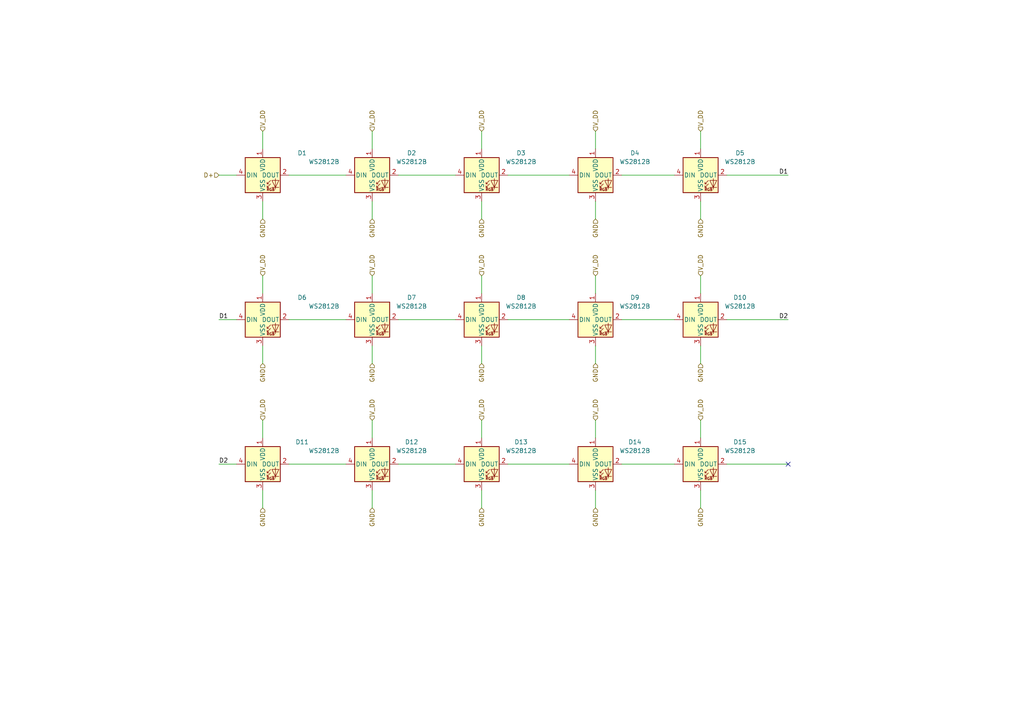
<source format=kicad_sch>
(kicad_sch (version 20250114) (generator "eeschema") (generator_version "9.0")
  (paper "A4")
  (title_block (title "Rücklicht") (date "17.11.2025") (rev "1.0") (company "Rücklicht 4") (comment 1 "Matteo Huber, Lukas Köppl") (comment 2 "Matthias Ulz, Adam Bukovjan") (comment 3 "Mathias Kornschober, Christian Hanschitz") (comment 4 "Gregor Gierlinger, Julian Gradwohl"))
  (lib_symbols
    (symbol "LED:WS2812B" (pin_names (offset 0.254))
      (property "Reference" "D" (at 5.08 5.715 0))
      (property "Value" "WS2812B" (at 1.27 -5.715 0))
      (symbol "WS2812B_0_0"
        (text "RGB" (at 2.286 -4.191 0) (effects (font (size 0.762 0.762))))
      )
      (symbol "WS2812B_0_1"
        (polyline (pts (xy 1.27 -2.54) (xy 1.778 -2.54)))
        (polyline (pts (xy 1.27 -3.556) (xy 1.778 -3.556)))
        (polyline (pts (xy 2.286 -1.524) (xy 1.27 -2.54) (xy 1.27 -2.032)))
        (polyline (pts (xy 2.286 -2.54) (xy 1.27 -3.556) (xy 1.27 -3.048)))
        (polyline (pts (xy 3.683 -1.016) (xy 3.683 -3.556) (xy 3.683 -4.064)))
        (polyline (pts (xy 4.699 -1.524) (xy 2.667 -1.524) (xy 3.683 -3.556) (xy 4.699 -1.524)))
        (polyline (pts (xy 4.699 -3.556) (xy 2.667 -3.556)))
        (rectangle (start 5.08 5.08) (end -5.08 -5.08) (stroke (width 0.254)) (fill (type background)))
      )
      (symbol "WS2812B_1_1"
        (pin input line (at -7.62 0 0) (length 2.54) (name "DIN") (number "4"))
        (pin power_in line (at 0 7.62 270) (length 2.54) (name "VDD") (number "1"))
        (pin power_in line (at 0 -7.62 90) (length 2.54) (name "VSS") (number "3"))
        (pin output line (at 7.62 0 180) (length 2.54) (name "DOUT") (number "2"))
      )
    )
  )
  (no_connect (at 228.6 134.62))
  (wire (pts (xy 76.2 121.92) (xy 76.2 127)))
  (wire (pts (xy 76.2 38.1) (xy 76.2 43.18)))
  (wire (pts (xy 63.5 50.8) (xy 68.58 50.8)))
  (wire (pts (xy 83.82 134.62) (xy 100.33 134.62)))
  (wire (pts (xy 107.95 121.92) (xy 107.95 127)))
  (wire (pts (xy 139.7 100.33) (xy 139.7 105.41)))
  (wire (pts (xy 203.2 142.24) (xy 203.2 147.32)))
  (wire (pts (xy 172.72 142.24) (xy 172.72 147.32)))
  (wire (pts (xy 139.7 142.24) (xy 139.7 147.32)))
  (wire (pts (xy 172.72 80.01) (xy 172.72 85.09)))
  (wire (pts (xy 139.7 38.1) (xy 139.7 43.18)))
  (wire (pts (xy 76.2 142.24) (xy 76.2 147.32)))
  (wire (pts (xy 172.72 100.33) (xy 172.72 105.41)))
  (wire (pts (xy 76.2 80.01) (xy 76.2 85.09)))
  (wire (pts (xy 115.57 134.62) (xy 132.08 134.62)))
  (wire (pts (xy 147.32 50.8) (xy 165.1 50.8)))
  (wire (pts (xy 172.72 58.42) (xy 172.72 63.5)))
  (wire (pts (xy 107.95 100.33) (xy 107.95 105.41)))
  (wire (pts (xy 210.82 92.71) (xy 228.6 92.71)))
  (wire (pts (xy 172.72 38.1) (xy 172.72 43.18)))
  (wire (pts (xy 180.34 134.62) (xy 195.58 134.62)))
  (wire (pts (xy 139.7 121.92) (xy 139.7 127)))
  (wire (pts (xy 107.95 80.01) (xy 107.95 85.09)))
  (wire (pts (xy 203.2 121.92) (xy 203.2 127)))
  (wire (pts (xy 107.95 142.24) (xy 107.95 147.32)))
  (wire (pts (xy 203.2 80.01) (xy 203.2 85.09)))
  (wire (pts (xy 83.82 92.71) (xy 100.33 92.71)))
  (wire (pts (xy 76.2 100.33) (xy 76.2 105.41)))
  (wire (pts (xy 147.32 134.62) (xy 165.1 134.62)))
  (wire (pts (xy 172.72 121.92) (xy 172.72 127)))
  (wire (pts (xy 210.82 50.8) (xy 228.6 50.8)))
  (wire (pts (xy 139.7 58.42) (xy 139.7 63.5)))
  (wire (pts (xy 203.2 100.33) (xy 203.2 105.41)))
  (wire (pts (xy 107.95 38.1) (xy 107.95 43.18)))
  (wire (pts (xy 180.34 50.8) (xy 195.58 50.8)))
  (wire (pts (xy 63.5 134.62) (xy 68.58 134.62)))
  (wire (pts (xy 83.82 50.8) (xy 100.33 50.8)))
  (wire (pts (xy 139.7 80.01) (xy 139.7 85.09)))
  (wire (pts (xy 107.95 58.42) (xy 107.95 63.5)))
  (wire (pts (xy 203.2 38.1) (xy 203.2 43.18)))
  (wire (pts (xy 180.34 92.71) (xy 195.58 92.71)))
  (wire (pts (xy 203.2 58.42) (xy 203.2 63.5)))
  (wire (pts (xy 147.32 92.71) (xy 165.1 92.71)))
  (wire (pts (xy 210.82 134.62) (xy 228.6 134.62)))
  (wire (pts (xy 115.57 50.8) (xy 132.08 50.8)))
  (wire (pts (xy 76.2 58.42) (xy 76.2 63.5)))
  (wire (pts (xy 63.5 92.71) (xy 68.58 92.71)))
  (wire (pts (xy 115.57 92.71) (xy 132.08 92.71)))
  (label "D1" (at 228.6 50.8 180))
  (label "D1" (at 63.5 92.71 0))
  (label "D2" (at 63.5 134.62 0))
  (label "D2" (at 228.6 92.71 180))
  (hierarchical_label "V_DD" (shape input) (at 172.72 121.92 90))
  (hierarchical_label "V_DD" (shape input) (at 76.2 80.01 90))
  (hierarchical_label "V_DD" (shape input) (at 76.2 38.1 90))
  (hierarchical_label "GND" (shape input) (at 76.2 63.5 270))
  (hierarchical_label "GND" (shape input) (at 139.7 147.32 270))
  (hierarchical_label "GND" (shape input) (at 107.95 105.41 270))
  (hierarchical_label "V_DD" (shape input) (at 107.95 38.1 90))
  (hierarchical_label "V_DD" (shape input) (at 172.72 38.1 90))
  (hierarchical_label "GND" (shape input) (at 203.2 63.5 270))
  (hierarchical_label "GND" (shape input) (at 172.72 105.41 270))
  (hierarchical_label "V_DD" (shape input) (at 76.2 121.92 90))
  (hierarchical_label "V_DD" (shape input) (at 172.72 80.01 90))
  (hierarchical_label "GND" (shape input) (at 107.95 147.32 270))
  (hierarchical_label "D+" (shape input) (at 63.5 50.8 180))
  (hierarchical_label "GND" (shape input) (at 139.7 105.41 270))
  (hierarchical_label "GND" (shape input) (at 107.95 63.5 270))
  (hierarchical_label "V_DD" (shape input) (at 139.7 121.92 90))
  (hierarchical_label "V_DD" (shape input) (at 107.95 80.01 90))
  (hierarchical_label "GND" (shape input) (at 76.2 147.32 270))
  (hierarchical_label "GND" (shape input) (at 172.72 63.5 270))
  (hierarchical_label "V_DD" (shape input) (at 139.7 80.01 90))
  (hierarchical_label "GND" (shape input) (at 139.7 63.5 270))
  (hierarchical_label "GND" (shape input) (at 203.2 105.41 270))
  (hierarchical_label "V_DD" (shape input) (at 139.7 38.1 90))
  (hierarchical_label "V_DD" (shape input) (at 203.2 80.01 90))
  (hierarchical_label "GND" (shape input) (at 76.2 105.41 270))
  (hierarchical_label "V_DD" (shape input) (at 107.95 121.92 90))
  (hierarchical_label "GND" (shape input) (at 172.72 147.32 270))
  (hierarchical_label "V_DD" (shape input) (at 203.2 121.92 90))
  (hierarchical_label "V_DD" (shape input) (at 203.2 38.1 90))
  (hierarchical_label "GND" (shape input) (at 203.2 147.32 270))
  (symbol (lib_id "LED:WS2812B") (at 139.7 50.8 0) (unit 1)
    (property "Reference" "D3" (at 151.13 44.3798 0))
    (property "Value" "WS2812B" (at 151.13 46.9198 0))
    (property "Footprint" "LED_SMD:LED_WS2812B_PLCC4_5.0x5.0mm_P3.2mm" (effects (hide yes)))
    (property "Datasheet" "https://cdn-shop.adafruit.com/datasheets/WS2812B.pdf" (effects (hide yes)))
    (property "Description" "RGB LED with integrated controller" (effects (hide yes)))
  )
  (symbol (lib_id "LED:WS2812B") (at 172.72 134.62 0) (unit 1)
    (property "Reference" "D14" (at 184.15 128.1998 0))
    (property "Value" "WS2812B" (at 184.15 130.7398 0))
    (property "Footprint" "LED_SMD:LED_WS2812B_PLCC4_5.0x5.0mm_P3.2mm" (effects (hide yes)))
    (property "Datasheet" "https://cdn-shop.adafruit.com/datasheets/WS2812B.pdf" (effects (hide yes)))
    (property "Description" "RGB LED with integrated controller" (effects (hide yes)))
  )
  (symbol (lib_id "LED:WS2812B") (at 107.95 92.71 0) (unit 1)
    (property "Reference" "D7" (at 119.38 86.2898 0))
    (property "Value" "WS2812B" (at 119.38 88.8298 0))
    (property "Footprint" "LED_SMD:LED_WS2812B_PLCC4_5.0x5.0mm_P3.2mm" (effects (hide yes)))
    (property "Datasheet" "https://cdn-shop.adafruit.com/datasheets/WS2812B.pdf" (effects (hide yes)))
    (property "Description" "RGB LED with integrated controller" (effects (hide yes)))
  )
  (symbol (lib_id "LED:WS2812B") (at 139.7 92.71 0) (unit 1)
    (property "Reference" "D8" (at 151.13 86.2898 0))
    (property "Value" "WS2812B" (at 151.13 88.8298 0))
    (property "Footprint" "LED_SMD:LED_WS2812B_PLCC4_5.0x5.0mm_P3.2mm" (effects (hide yes)))
    (property "Datasheet" "https://cdn-shop.adafruit.com/datasheets/WS2812B.pdf" (effects (hide yes)))
    (property "Description" "RGB LED with integrated controller" (effects (hide yes)))
  )
  (symbol (lib_id "LED:WS2812B") (at 76.2 134.62 0) (unit 1)
    (property "Reference" "D11" (at 87.63 128.1998 0))
    (property "Value" "WS2812B" (at 93.98 130.7398 0))
    (property "Footprint" "LED_SMD:LED_WS2812B_PLCC4_5.0x5.0mm_P3.2mm" (effects (hide yes)))
    (property "Datasheet" "https://cdn-shop.adafruit.com/datasheets/WS2812B.pdf" (effects (hide yes)))
    (property "Description" "RGB LED with integrated controller" (effects (hide yes)))
  )
  (symbol (lib_id "LED:WS2812B") (at 172.72 92.71 0) (unit 1)
    (property "Reference" "D9" (at 184.15 86.2898 0))
    (property "Value" "WS2812B" (at 184.15 88.8298 0))
    (property "Footprint" "LED_SMD:LED_WS2812B_PLCC4_5.0x5.0mm_P3.2mm" (effects (hide yes)))
    (property "Datasheet" "https://cdn-shop.adafruit.com/datasheets/WS2812B.pdf" (effects (hide yes)))
    (property "Description" "RGB LED with integrated controller" (effects (hide yes)))
  )
  (symbol (lib_id "LED:WS2812B") (at 139.7 134.62 0) (unit 1)
    (property "Reference" "D13" (at 151.13 128.1998 0))
    (property "Value" "WS2812B" (at 151.13 130.7398 0))
    (property "Footprint" "LED_SMD:LED_WS2812B_PLCC4_5.0x5.0mm_P3.2mm" (effects (hide yes)))
    (property "Datasheet" "https://cdn-shop.adafruit.com/datasheets/WS2812B.pdf" (effects (hide yes)))
    (property "Description" "RGB LED with integrated controller" (effects (hide yes)))
  )
  (symbol (lib_id "LED:WS2812B") (at 76.2 92.71 0) (unit 1)
    (property "Reference" "D6" (at 87.63 86.2898 0))
    (property "Value" "WS2812B" (at 93.98 88.8298 0))
    (property "Footprint" "LED_SMD:LED_WS2812B_PLCC4_5.0x5.0mm_P3.2mm" (effects (hide yes)))
    (property "Datasheet" "https://cdn-shop.adafruit.com/datasheets/WS2812B.pdf" (effects (hide yes)))
    (property "Description" "RGB LED with integrated controller" (effects (hide yes)))
  )
  (symbol (lib_id "LED:WS2812B") (at 76.2 50.8 0) (unit 1)
    (property "Reference" "D1" (at 87.63 44.3798 0))
    (property "Value" "WS2812B" (at 93.98 46.9198 0))
    (property "Footprint" "LED_SMD:LED_WS2812B_PLCC4_5.0x5.0mm_P3.2mm" (effects (hide yes)))
    (property "Datasheet" "https://cdn-shop.adafruit.com/datasheets/WS2812B.pdf" (effects (hide yes)))
    (property "Description" "RGB LED with integrated controller" (effects (hide yes)))
  )
  (symbol (lib_id "LED:WS2812B") (at 107.95 134.62 0) (unit 1)
    (property "Reference" "D12" (at 119.38 128.1998 0))
    (property "Value" "WS2812B" (at 119.38 130.7398 0))
    (property "Footprint" "LED_SMD:LED_WS2812B_PLCC4_5.0x5.0mm_P3.2mm" (effects (hide yes)))
    (property "Datasheet" "https://cdn-shop.adafruit.com/datasheets/WS2812B.pdf" (effects (hide yes)))
    (property "Description" "RGB LED with integrated controller" (effects (hide yes)))
  )
  (symbol (lib_id "LED:WS2812B") (at 107.95 50.8 0) (unit 1)
    (property "Reference" "D2" (at 119.38 44.3798 0))
    (property "Value" "WS2812B" (at 119.38 46.9198 0))
    (property "Footprint" "LED_SMD:LED_WS2812B_PLCC4_5.0x5.0mm_P3.2mm" (effects (hide yes)))
    (property "Datasheet" "https://cdn-shop.adafruit.com/datasheets/WS2812B.pdf" (effects (hide yes)))
    (property "Description" "RGB LED with integrated controller" (effects (hide yes)))
  )
  (symbol (lib_id "LED:WS2812B") (at 203.2 50.8 0) (unit 1)
    (property "Reference" "D5" (at 214.63 44.3798 0))
    (property "Value" "WS2812B" (at 214.63 46.9198 0))
    (property "Footprint" "LED_SMD:LED_WS2812B_PLCC4_5.0x5.0mm_P3.2mm" (effects (hide yes)))
    (property "Datasheet" "https://cdn-shop.adafruit.com/datasheets/WS2812B.pdf" (effects (hide yes)))
    (property "Description" "RGB LED with integrated controller" (effects (hide yes)))
  )
  (symbol (lib_id "LED:WS2812B") (at 203.2 92.71 0) (unit 1)
    (property "Reference" "D10" (at 214.63 86.2898 0))
    (property "Value" "WS2812B" (at 214.63 88.8298 0))
    (property "Footprint" "LED_SMD:LED_WS2812B_PLCC4_5.0x5.0mm_P3.2mm" (effects (hide yes)))
    (property "Datasheet" "https://cdn-shop.adafruit.com/datasheets/WS2812B.pdf" (effects (hide yes)))
    (property "Description" "RGB LED with integrated controller" (effects (hide yes)))
  )
  (symbol (lib_id "LED:WS2812B") (at 203.2 134.62 0) (unit 1)
    (property "Reference" "D15" (at 214.63 128.1998 0))
    (property "Value" "WS2812B" (at 214.63 130.7398 0))
    (property "Footprint" "LED_SMD:LED_WS2812B_PLCC4_5.0x5.0mm_P3.2mm" (effects (hide yes)))
    (property "Datasheet" "https://cdn-shop.adafruit.com/datasheets/WS2812B.pdf" (effects (hide yes)))
    (property "Description" "RGB LED with integrated controller" (effects (hide yes)))
  )
  (symbol (lib_id "LED:WS2812B") (at 172.72 50.8 0) (unit 1)
    (property "Reference" "D4" (at 184.15 44.3798 0))
    (property "Value" "WS2812B" (at 184.15 46.9198 0))
    (property "Footprint" "LED_SMD:LED_WS2812B_PLCC4_5.0x5.0mm_P3.2mm" (effects (hide yes)))
    (property "Datasheet" "https://cdn-shop.adafruit.com/datasheets/WS2812B.pdf" (effects (hide yes)))
    (property "Description" "RGB LED with integrated controller" (effects (hide yes)))
  )
)
</source>
